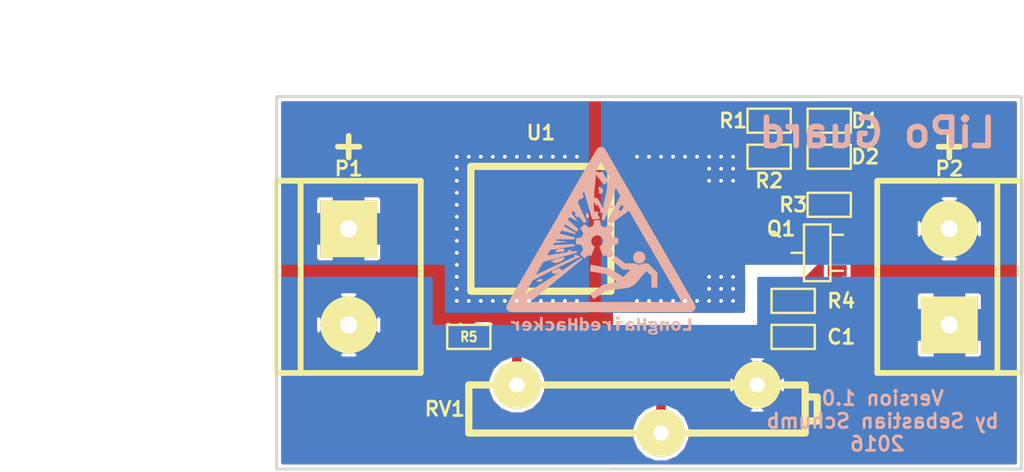
<source format=kicad_pcb>
(kicad_pcb (version 4) (host pcbnew 4.0.4-stable)
  (layers (0 F.Cu signal hide) (31 B.Cu signal) (34 B.Paste user) (35 F.Paste user) (36 B.SilkS user) (37 F.SilkS user) (38 B.Mask user) (39 F.Mask user) (44 Edge.Cuts user))
  (net 0 "")
  (net 1 VCC)
  (net 2 GND)
  (net 3 "Net-(D1-Pad1)")
  (net 4 "Net-(D2-Pad1)")
  (net 5 "Net-(P2-Pad2)")
  (net 6 "Net-(R3-Pad1)")
  (net 7 "Net-(Q1-Pad2)")
  (net 8 "Net-(Q1-Pad3)")
  (net 9 "Net-(C1-Pad1)")
  (net 10 "Net-(R5-Pad2)")
  (module to252-5:TO252-5L (layer F.Cu) (at 140.97 71.755 90)
    (fp_text reference U1 (at 5.08 0 180) (layer F.SilkS) (effects (font (size 0.75 0.75))))
    (fp_text value BTS6143 hide)
    (pad 3 smd rect (at 0 0 90) (size 6.25094 6.79958) (layers F.Cu F.Paste F.Mask) (net 1 VCC) (clearance 0.14986))
    (pad 1 smd rect (at -2.54 6.59892 90) (size 0.81026 2.99974) (layers F.Cu F.Paste F.Mask) (net 5 "Net-(P2-Pad2)"))
    (pad 2 smd rect (at -1.27 6.59892 90) (size 0.81026 2.99974) (layers F.Cu F.Paste F.Mask) (net 8 "Net-(Q1-Pad3)"))
    (pad 4 smd rect (at 1.27 6.59892 90) (size 0.81026 2.99974) (layers F.Cu F.Paste F.Mask) (net 6 "Net-(R3-Pad1)"))
    (pad 5 smd rect (at 2.54 6.59892 90) (size 0.81026 2.99974) (layers F.Cu F.Paste F.Mask) (net 5 "Net-(P2-Pad2)"))
  )
  (module connect:bornier2 (layer F.Cu) (at 162.56 74.295 90)
    (fp_text reference P2 (at 5.715 0 180) (layer F.SilkS) (effects (font (size 0.75 0.75))))
    (fp_text value CONN_2 hide)
    (pad 1 thru_hole rect (at -2.54 0 90) (size 3 3) (drill 0.9) (layers *.Cu *.Mask F.SilkS) (net 2 GND))
    (pad 2 thru_hole circle (at 2.54 0 90) (size 3 3) (drill 0.9) (layers *.Cu *.Mask F.SilkS) (net 5 "Net-(P2-Pad2)"))
  )
  (module libcms:SM0603 (layer F.Cu) (at 156.21 66.04)
    (fp_text reference D1 (at 1.905 0) (layer F.SilkS) (effects (font (size 0.75 0.75))))
    (fp_text value LED hide)
    (pad 1 smd rect (at -0.762 0) (size 0.635 1.143) (layers F.Cu F.Paste F.Mask) (net 3 "Net-(D1-Pad1)"))
    (pad 2 smd rect (at 0.762 0) (size 0.635 1.143) (layers F.Cu F.Paste F.Mask) (net 2 GND))
  )
  (module libcms:SM0603 (layer F.Cu) (at 156.21 67.945)
    (fp_text reference D2 (at 1.905 0) (layer F.SilkS) (effects (font (size 0.75 0.75))))
    (fp_text value LED hide)
    (pad 1 smd rect (at -0.762 0) (size 0.635 1.143) (layers F.Cu F.Paste F.Mask) (net 4 "Net-(D2-Pad1)"))
    (pad 2 smd rect (at 0.762 0) (size 0.635 1.143) (layers F.Cu F.Paste F.Mask) (net 2 GND))
  )
  (module connect:bornier2 (layer F.Cu) (at 130.81 74.295 270)
    (fp_text reference P1 (at -5.715 0 360) (layer F.SilkS) (effects (font (size 0.75 0.75))))
    (fp_text value CONN_2 hide)
    (pad 1 thru_hole rect (at -2.54 0 270) (size 3 3) (drill 0.9) (layers *.Cu *.Mask F.SilkS) (net 1 VCC))
    (pad 2 thru_hole circle (at 2.54 0 270) (size 3 3) (drill 0.9) (layers *.Cu *.Mask F.SilkS) (net 2 GND))
  )
  (module libcms:SM0603 (layer F.Cu) (at 153.035 66.04)
    (fp_text reference R1 (at -1.905 0) (layer F.SilkS) (effects (font (size 0.75 0.75))))
    (fp_text value R hide)
    (pad 1 smd rect (at -0.762 0) (size 0.635 1.143) (layers F.Cu F.Paste F.Mask) (net 1 VCC))
    (pad 2 smd rect (at 0.762 0) (size 0.635 1.143) (layers F.Cu F.Paste F.Mask) (net 3 "Net-(D1-Pad1)"))
  )
  (module libcms:SM0603 (layer F.Cu) (at 153.035 67.945)
    (fp_text reference R2 (at 0 1.27) (layer F.SilkS) (effects (font (size 0.75 0.75))))
    (fp_text value R hide)
    (pad 1 smd rect (at -0.762 0) (size 0.635 1.143) (layers F.Cu F.Paste F.Mask) (net 5 "Net-(P2-Pad2)"))
    (pad 2 smd rect (at 0.762 0) (size 0.635 1.143) (layers F.Cu F.Paste F.Mask) (net 4 "Net-(D2-Pad1)"))
  )
  (module libcms:SM0603 (layer F.Cu) (at 154.305 75.565)
    (fp_text reference R4 (at 2.54 0) (layer F.SilkS) (effects (font (size 0.75 0.75))))
    (fp_text value 4.7k hide)
    (pad 1 smd rect (at -0.762 0) (size 0.635 1.143) (layers F.Cu F.Paste F.Mask) (net 9 "Net-(C1-Pad1)"))
    (pad 2 smd rect (at 0.762 0) (size 0.635 1.143) (layers F.Cu F.Paste F.Mask) (net 7 "Net-(Q1-Pad2)"))
  )
  (module libcms:SM0603 (layer F.Cu) (at 156.21 70.485)
    (fp_text reference R3 (at -1.905 0) (layer F.SilkS) (effects (font (size 0.75 0.75))))
    (fp_text value R hide)
    (pad 1 smd rect (at -0.762 0) (size 0.635 1.143) (layers F.Cu F.Paste F.Mask) (net 6 "Net-(R3-Pad1)"))
    (pad 2 smd rect (at 0.762 0) (size 0.635 1.143) (layers F.Cu F.Paste F.Mask) (net 2 GND))
  )
  (module misc:trimmer1 (layer F.Cu) (at 146.05 81.28 180)
    (fp_text reference RV1 (at 10.16 0 180) (layer F.SilkS) (effects (font (size 0.75 0.75))))
    (fp_text value 5k hide)
    (pad 1 thru_hole circle (at -6.35 1.27 180) (size 2.49936 2.49936) (drill 0.8128) (layers *.Cu *.Mask F.SilkS) (net 2 GND))
    (pad 2 thru_hole circle (at -1.27 -1.27 180) (size 2.49936 2.49936) (drill 0.8128) (layers *.Cu *.Mask F.SilkS) (net 9 "Net-(C1-Pad1)"))
    (pad 3 thru_hole circle (at 6.35 1.27 180) (size 2.49936 2.49936) (drill 0.8128) (layers *.Cu *.Mask F.SilkS) (net 10 "Net-(R5-Pad2)"))
  )
  (module misc:sot23BEC (layer F.Cu) (at 155.575 73.025 90)
    (fp_text reference Q1 (at 1.27 -1.905 180) (layer F.SilkS) (effects (font (size 0.75 0.75))))
    (fp_text value "BC 850C" hide)
    (pad 2 smd rect (at -0.9525 1.05664 90) (size 0.59944 1.00076) (layers F.Cu F.Paste F.Mask) (net 7 "Net-(Q1-Pad2)"))
    (pad 3 smd rect (at 0 -1.05664 90) (size 0.59944 1.00076) (layers F.Cu F.Paste F.Mask) (net 8 "Net-(Q1-Pad3)"))
    (pad 1 smd rect (at 0.9525 1.05664 90) (size 0.59944 1.00076) (layers F.Cu F.Paste F.Mask) (net 2 GND))
  )
  (module libcms:SM0603 (layer F.Cu) (at 154.305 77.47)
    (fp_text reference C1 (at 2.54 0) (layer F.SilkS) (effects (font (size 0.75 0.75))))
    (fp_text value 100nf hide)
    (pad 1 smd rect (at -0.762 0) (size 0.635 1.143) (layers F.Cu F.Paste F.Mask) (net 9 "Net-(C1-Pad1)"))
    (pad 2 smd rect (at 0.762 0) (size 0.635 1.143) (layers F.Cu F.Paste F.Mask) (net 2 GND))
  )
  (module libcms:SM0603 (layer F.Cu) (at 137.16 77.47)
    (fp_text reference R5 (at 0 0) (layer F.SilkS) (effects (font (size 0.508 0.4572) (thickness 0.1143))))
    (fp_text value 10k hide)
    (pad 1 smd rect (at -0.762 0) (size 0.635 1.143) (layers F.Cu F.Paste F.Mask) (net 1 VCC))
    (pad 2 smd rect (at 0.762 0) (size 0.635 1.143) (layers F.Cu F.Paste F.Mask) (net 10 "Net-(R5-Pad2)"))
  )
  (module misc:logo_hacker_silkbot_10_00mm (layer B.Cu) (at 144.145 72.39 180)
    (fp_text reference G*** hide)
    (fp_text value logo_hacker_silkbot_10_00mm hide)
  )
  (gr_text "Version 1.0 \nby Sebastian Schumb \n2016" (at 158.75 81.915) (layer B.SilkS) (effects (font (size 0.75 0.75)) (justify mirror)))
  (gr_text + (at 162.56 67.31) (layer F.SilkS) (effects (font (size 1.5 1.5) (thickness 0.3))))
  (gr_text + (at 130.81 67.31) (layer F.SilkS) (effects (font (size 1.5 1.5) (thickness 0.3))))
  (gr_text "LiPo Guard" (at 158.75 66.675) (layer B.SilkS) (effects (font (size 1.5 1.5) (thickness 0.3)) (justify mirror)))
  (gr_line (start 166.37 64.77) (end 127 64.77) (angle 90) (layer Edge.Cuts) (width 0.15))
  (gr_line (start 127 84.455) (end 166.37 84.455) (angle 90) (layer Edge.Cuts) (width 0.15))
  (gr_line (start 127 64.77) (end 127 84.455) (angle 90) (layer Edge.Cuts) (width 0.15))
  (gr_line (start 166.37 64.77) (end 166.37 84.455) (angle 90) (layer Edge.Cuts) (width 0.15))
  (via (at 141.605 75.565) (size 0.6) (drill 0.2) (layers F.Cu B.Cu) (net 1))
  (via (at 140.97 75.565) (size 0.6) (drill 0.2) (layers F.Cu B.Cu) (net 1))
  (via (at 140.335 75.565) (size 0.6) (drill 0.2) (layers F.Cu B.Cu) (net 1))
  (via (at 139.7 75.565) (size 0.6) (drill 0.2) (layers F.Cu B.Cu) (net 1))
  (via (at 139.065 75.565) (size 0.6) (drill 0.2) (layers F.Cu B.Cu) (net 1))
  (via (at 138.43 75.565) (size 0.6) (drill 0.2) (layers F.Cu B.Cu) (net 1))
  (via (at 137.795 75.565) (size 0.6) (drill 0.2) (layers F.Cu B.Cu) (net 1))
  (via (at 137.16 75.565) (size 0.6) (drill 0.2) (layers F.Cu B.Cu) (net 1))
  (via (at 136.525 75.565) (size 0.6) (drill 0.2) (layers F.Cu B.Cu) (net 1))
  (via (at 136.525 74.93) (size 0.6) (drill 0.2) (layers F.Cu B.Cu) (net 1))
  (via (at 136.525 74.295) (size 0.6) (drill 0.2) (layers F.Cu B.Cu) (net 1))
  (via (at 136.525 73.66) (size 0.6) (drill 0.2) (layers F.Cu B.Cu) (net 1))
  (via (at 136.525 73.025) (size 0.6) (drill 0.2) (layers F.Cu B.Cu) (net 1))
  (via (at 136.525 72.39) (size 0.6) (drill 0.2) (layers F.Cu B.Cu) (net 1))
  (via (at 136.525 71.755) (size 0.6) (drill 0.2) (layers F.Cu B.Cu) (net 1))
  (via (at 136.525 71.12) (size 0.6) (drill 0.2) (layers F.Cu B.Cu) (net 1))
  (via (at 136.525 70.485) (size 0.6) (drill 0.2) (layers F.Cu B.Cu) (net 1))
  (via (at 136.525 69.85) (size 0.6) (drill 0.2) (layers F.Cu B.Cu) (net 1))
  (via (at 136.525 69.215) (size 0.6) (drill 0.2) (layers F.Cu B.Cu) (net 1))
  (via (at 136.525 68.58) (size 0.6) (drill 0.2) (layers F.Cu B.Cu) (net 1))
  (via (at 136.525 67.945) (size 0.6) (drill 0.2) (layers F.Cu B.Cu) (net 1))
  (via (at 142.24 75.565) (size 0.6) (drill 0.2) (layers F.Cu B.Cu) (net 1))
  (via (at 142.875 75.565) (size 0.6) (drill 0.2) (layers F.Cu B.Cu) (net 1))
  (segment (start 140.97 75.565) (end 141.605 75.565) (width 0.5) (layer F.Cu) (net 1))
  (segment (start 141.605 75.565) (end 142.24 75.565) (width 0.5) (layer F.Cu) (net 1))
  (segment (start 142.24 75.565) (end 142.875 75.565) (width 0.5) (layer F.Cu) (net 1))
  (segment (start 140.97 71.755) (end 136.525 71.755) (width 0.5) (layer F.Cu) (net 1))
  (segment (start 140.97 75.565) (end 140.97 71.755) (width 0.5) (layer F.Cu) (net 1))
  (segment (start 137.16 67.945) (end 136.525 67.945) (width 0.5) (layer F.Cu) (net 1))
  (segment (start 136.525 67.945) (end 136.525 68.58) (width 0.5) (layer F.Cu) (net 1))
  (segment (start 136.525 68.58) (end 136.525 69.215) (width 0.5) (layer F.Cu) (net 1))
  (segment (start 136.525 69.215) (end 136.525 69.85) (width 0.5) (layer F.Cu) (net 1))
  (segment (start 136.525 69.85) (end 136.525 70.485) (width 0.5) (layer F.Cu) (net 1))
  (segment (start 136.525 70.485) (end 136.525 71.12) (width 0.5) (layer F.Cu) (net 1))
  (segment (start 136.525 71.12) (end 136.525 71.755) (width 0.5) (layer F.Cu) (net 1))
  (via (at 137.16 67.945) (size 0.6) (drill 0.2) (layers F.Cu B.Cu) (net 1))
  (segment (start 137.16 67.945) (end 137.795 67.945) (width 0.5) (layer F.Cu) (net 1))
  (segment (start 138.43 67.945) (end 137.795 67.945) (width 0.5) (layer F.Cu) (net 1))
  (segment (start 139.065 67.945) (end 138.43 67.945) (width 0.5) (layer F.Cu) (net 1))
  (segment (start 139.7 67.945) (end 139.065 67.945) (width 0.5) (layer F.Cu) (net 1))
  (segment (start 140.335 67.945) (end 139.7 67.945) (width 0.5) (layer F.Cu) (net 1))
  (segment (start 140.97 67.945) (end 140.335 67.945) (width 0.5) (layer F.Cu) (net 1))
  (via (at 140.97 67.945) (size 0.6) (drill 0.2) (layers F.Cu B.Cu) (net 1))
  (via (at 140.335 67.945) (size 0.6) (drill 0.2) (layers F.Cu B.Cu) (net 1))
  (via (at 139.7 67.945) (size 0.6) (drill 0.2) (layers F.Cu B.Cu) (net 1))
  (via (at 139.065 67.945) (size 0.6) (drill 0.2) (layers F.Cu B.Cu) (net 1))
  (via (at 138.43 67.945) (size 0.6) (drill 0.2) (layers F.Cu B.Cu) (net 1))
  (via (at 137.795 67.945) (size 0.6) (drill 0.2) (layers F.Cu B.Cu) (net 1))
  (segment (start 140.97 67.945) (end 140.97 71.755) (width 0.5) (layer F.Cu) (net 1))
  (segment (start 136.525 75.565) (end 137.16 75.565) (width 0.5) (layer F.Cu) (net 1))
  (segment (start 137.16 75.565) (end 137.795 75.565) (width 0.5) (layer F.Cu) (net 1))
  (segment (start 137.795 75.565) (end 138.43 75.565) (width 0.5) (layer F.Cu) (net 1))
  (segment (start 138.43 75.565) (end 139.065 75.565) (width 0.5) (layer F.Cu) (net 1))
  (segment (start 139.065 75.565) (end 139.7 75.565) (width 0.5) (layer F.Cu) (net 1))
  (segment (start 139.7 75.565) (end 140.335 75.565) (width 0.5) (layer F.Cu) (net 1))
  (segment (start 140.335 75.565) (end 140.97 75.565) (width 0.5) (layer F.Cu) (net 1))
  (segment (start 136.525 71.755) (end 136.525 72.39) (width 0.5) (layer F.Cu) (net 1))
  (segment (start 136.525 72.39) (end 136.525 73.025) (width 0.5) (layer F.Cu) (net 1))
  (segment (start 136.525 73.025) (end 136.525 73.66) (width 0.5) (layer F.Cu) (net 1))
  (segment (start 136.525 73.66) (end 136.525 74.295) (width 0.5) (layer F.Cu) (net 1))
  (segment (start 136.525 74.295) (end 136.525 74.93) (width 0.5) (layer F.Cu) (net 1))
  (segment (start 136.525 74.93) (end 136.525 75.565) (width 0.5) (layer F.Cu) (net 1))
  (via (at 141.605 67.945) (size 0.6) (drill 0.2) (layers F.Cu B.Cu) (net 1))
  (via (at 142.24 67.945) (size 0.6) (drill 0.2) (layers F.Cu B.Cu) (net 1))
  (via (at 142.875 67.945) (size 0.6) (drill 0.2) (layers F.Cu B.Cu) (net 1))
  (segment (start 140.97 67.945) (end 141.605 67.945) (width 0.5) (layer F.Cu) (net 1))
  (segment (start 141.605 67.945) (end 142.24 67.945) (width 0.5) (layer F.Cu) (net 1))
  (segment (start 142.24 67.945) (end 142.875 67.945) (width 0.5) (layer F.Cu) (net 1))
  (segment (start 152.273 66.04) (end 142.24 66.04) (width 0.5) (layer F.Cu) (net 1))
  (segment (start 140.97 67.31) (end 140.97 67.945) (width 0.5) (layer F.Cu) (net 1))
  (segment (start 142.24 66.04) (end 140.97 67.31) (width 0.5) (layer F.Cu) (net 1))
  (segment (start 153.797 66.04) (end 155.448 66.04) (width 0.75) (layer F.Cu) (net 3))
  (segment (start 153.797 67.945) (end 155.448 67.945) (width 0.75) (layer F.Cu) (net 4))
  (via (at 150.495 69.215) (size 0.6) (drill 0.2) (layers F.Cu B.Cu) (net 5))
  (via (at 149.86 69.215) (size 0.6) (drill 0.2) (layers F.Cu B.Cu) (net 5))
  (via (at 149.86 74.295) (size 0.6) (drill 0.2) (layers F.Cu B.Cu) (net 5))
  (segment (start 151.13 74.93) (end 151.13 74.295) (width 0.5) (layer F.Cu) (net 5))
  (segment (start 150.495 74.295) (end 151.13 74.295) (width 0.5) (layer F.Cu) (net 5))
  (segment (start 150.495 74.295) (end 149.86 74.295) (width 0.5) (layer F.Cu) (net 5))
  (via (at 151.13 74.93) (size 0.6) (drill 0.2) (layers F.Cu B.Cu) (net 5))
  (via (at 151.13 74.295) (size 0.6) (drill 0.2) (layers F.Cu B.Cu) (net 5))
  (via (at 150.495 74.295) (size 0.6) (drill 0.2) (layers F.Cu B.Cu) (net 5))
  (via (at 149.86 74.93) (size 0.6) (drill 0.2) (layers F.Cu B.Cu) (net 5))
  (segment (start 149.86 74.93) (end 150.495 74.93) (width 0.5) (layer F.Cu) (net 5))
  (segment (start 150.495 74.93) (end 151.13 74.93) (width 0.5) (layer F.Cu) (net 5))
  (via (at 150.495 74.93) (size 0.6) (drill 0.2) (layers F.Cu B.Cu) (net 5))
  (via (at 151.13 75.565) (size 0.6) (drill 0.2) (layers F.Cu B.Cu) (net 5))
  (via (at 150.495 75.565) (size 0.6) (drill 0.2) (layers F.Cu B.Cu) (net 5))
  (via (at 149.86 75.565) (size 0.6) (drill 0.2) (layers F.Cu B.Cu) (net 5))
  (via (at 149.225 75.565) (size 0.6) (drill 0.2) (layers F.Cu B.Cu) (net 5))
  (via (at 148.59 75.565) (size 0.6) (drill 0.2) (layers F.Cu B.Cu) (net 5))
  (segment (start 148.59 75.565) (end 149.225 75.565) (width 0.5) (layer F.Cu) (net 5))
  (segment (start 149.225 75.565) (end 149.86 75.565) (width 0.5) (layer F.Cu) (net 5))
  (segment (start 149.86 75.565) (end 150.495 75.565) (width 0.5) (layer F.Cu) (net 5))
  (segment (start 151.13 75.565) (end 150.495 75.565) (width 0.5) (layer F.Cu) (net 5))
  (via (at 147.32 75.565) (size 0.6) (drill 0.2) (layers F.Cu B.Cu) (net 5))
  (via (at 147.955 75.565) (size 0.6) (drill 0.2) (layers F.Cu B.Cu) (net 5))
  (segment (start 147.955 75.565) (end 147.32 75.565) (width 0.5) (layer F.Cu) (net 5))
  (segment (start 147.955 75.565) (end 148.59 75.565) (width 0.5) (layer F.Cu) (net 5))
  (segment (start 151.13 74.93) (end 151.13 75.565) (width 0.5) (layer F.Cu) (net 5))
  (via (at 151.13 69.215) (size 0.6) (drill 0.2) (layers F.Cu B.Cu) (net 5))
  (via (at 151.13 68.58) (size 0.6) (drill 0.2) (layers F.Cu B.Cu) (net 5))
  (via (at 150.495 68.58) (size 0.6) (drill 0.2) (layers F.Cu B.Cu) (net 5))
  (segment (start 149.86 69.215) (end 150.495 69.215) (width 0.5) (layer F.Cu) (net 5))
  (segment (start 150.495 69.215) (end 151.13 69.215) (width 0.5) (layer F.Cu) (net 5))
  (segment (start 151.13 69.215) (end 151.13 68.58) (width 0.5) (layer F.Cu) (net 5))
  (segment (start 150.495 68.58) (end 151.13 68.58) (width 0.5) (layer F.Cu) (net 5))
  (segment (start 149.86 68.58) (end 150.495 68.58) (width 0.5) (layer F.Cu) (net 5))
  (via (at 149.86 68.58) (size 0.6) (drill 0.2) (layers F.Cu B.Cu) (net 5))
  (segment (start 151.13 68.58) (end 151.13 67.945) (width 0.5) (layer F.Cu) (net 5))
  (via (at 151.13 67.945) (size 0.6) (drill 0.2) (layers F.Cu B.Cu) (net 5))
  (segment (start 151.13 67.945) (end 150.495 67.945) (width 0.5) (layer F.Cu) (net 5))
  (segment (start 149.86 67.945) (end 150.495 67.945) (width 0.5) (layer F.Cu) (net 5))
  (segment (start 149.225 67.945) (end 149.86 67.945) (width 0.5) (layer F.Cu) (net 5))
  (segment (start 148.59 67.945) (end 149.225 67.945) (width 0.5) (layer F.Cu) (net 5))
  (segment (start 147.955 67.945) (end 148.59 67.945) (width 0.5) (layer F.Cu) (net 5))
  (segment (start 147.32 67.945) (end 147.955 67.945) (width 0.5) (layer F.Cu) (net 5))
  (via (at 147.32 67.945) (size 0.6) (drill 0.2) (layers F.Cu B.Cu) (net 5))
  (via (at 147.955 67.945) (size 0.6) (drill 0.2) (layers F.Cu B.Cu) (net 5))
  (via (at 148.59 67.945) (size 0.6) (drill 0.2) (layers F.Cu B.Cu) (net 5))
  (via (at 149.225 67.945) (size 0.6) (drill 0.2) (layers F.Cu B.Cu) (net 5))
  (via (at 149.86 67.945) (size 0.6) (drill 0.2) (layers F.Cu B.Cu) (net 5))
  (via (at 150.495 67.945) (size 0.6) (drill 0.2) (layers F.Cu B.Cu) (net 5))
  (via (at 146.685 75.565) (size 0.6) (drill 0.2) (layers F.Cu B.Cu) (net 5))
  (segment (start 146.685 75.565) (end 147.32 75.565) (width 0.5) (layer F.Cu) (net 5))
  (via (at 146.05 75.565) (size 0.6) (drill 0.2) (layers F.Cu B.Cu) (net 5))
  (segment (start 146.05 75.565) (end 146.685 75.565) (width 0.5) (layer F.Cu) (net 5))
  (segment (start 147.56892 75.31608) (end 147.32 75.565) (width 0.5) (layer F.Cu) (net 5))
  (segment (start 147.56892 74.295) (end 147.56892 75.31608) (width 0.5) (layer F.Cu) (net 5))
  (segment (start 149.86 69.215) (end 147.56892 69.215) (width 0.5) (layer F.Cu) (net 5))
  (via (at 146.685 67.945) (size 0.6) (drill 0.2) (layers F.Cu B.Cu) (net 5))
  (via (at 146.05 67.945) (size 0.6) (drill 0.2) (layers F.Cu B.Cu) (net 5))
  (segment (start 146.05 67.945) (end 146.685 67.945) (width 0.5) (layer F.Cu) (net 5))
  (segment (start 146.685 67.945) (end 147.32 67.945) (width 0.5) (layer F.Cu) (net 5))
  (segment (start 147.56892 68.19392) (end 147.32 67.945) (width 0.5) (layer F.Cu) (net 5))
  (segment (start 147.56892 68.19392) (end 147.56892 69.215) (width 0.5) (layer F.Cu) (net 5))
  (segment (start 147.56892 70.485) (end 155.448 70.485) (width 0.5) (layer F.Cu) (net 6))
  (segment (start 156.63164 73.9775) (end 156.63164 75.14336) (width 0.5) (layer F.Cu) (net 7))
  (segment (start 156.21 75.565) (end 155.067 75.565) (width 0.5) (layer F.Cu) (net 7))
  (segment (start 156.63164 75.14336) (end 156.21 75.565) (width 0.5) (layer F.Cu) (net 7))
  (segment (start 147.56892 73.025) (end 154.51836 73.025) (width 0.5) (layer F.Cu) (net 8))
  (segment (start 153.543 77.47) (end 149.225 77.47) (width 0.5) (layer F.Cu) (net 9))
  (segment (start 147.32 79.375) (end 149.225 77.47) (width 0.5) (layer F.Cu) (net 9))
  (segment (start 147.32 79.375) (end 147.32 82.55) (width 0.5) (layer F.Cu) (net 9))
  (segment (start 153.543 75.565) (end 153.543 77.47) (width 0.5) (layer F.Cu) (net 9))
  (segment (start 139.7 80.01) (end 139.7 78.105) (width 0.5) (layer F.Cu) (net 10))
  (segment (start 139.065 77.47) (end 137.922 77.47) (width 0.5) (layer F.Cu) (net 10))
  (segment (start 139.7 78.105) (end 139.065 77.47) (width 0.5) (layer F.Cu) (net 10))
  (zone (net 1) (net_name VCC) (layer F.Cu) (connect_pads (clearance 0.17)) (min_thickness 0.17) (fill yes (arc_segments 16) (thermal_gap 0.17) (thermal_bridge_width 2))
    (polygon (pts (xy 127 64.77) (xy 127 84.455) (xy 144.78 84.455) (xy 144.78 64.77)))
  )
  (zone (net 5) (net_name "Net-(P2-Pad2)") (layer B.Cu) (connect_pads (clearance 0.17)) (min_thickness 0.17) (fill yes (arc_segments 16) (thermal_gap 0.17) (thermal_bridge_width 2))
    (polygon (pts (xy 166.37 73.66) (xy 151.765 73.66) (xy 151.765 76.2) (xy 144.145 76.2) (xy 144.145 64.77) (xy 166.37 64.77)))
  )
  (zone (net 1) (net_name VCC) (layer B.Cu) (connect_pads (clearance 0.17)) (min_thickness 0.17) (fill yes (arc_segments 16) (thermal_gap 0.17) (thermal_bridge_width 2))
    (polygon (pts (xy 127 64.77) (xy 143.51 64.77) (xy 143.51 76.2) (xy 135.89 76.2) (xy 135.89 73.66) (xy 127 73.66)))
  )
  (zone (net 2) (net_name GND) (layer B.Cu) (connect_pads (clearance 0.17)) (min_thickness 0.17) (fill yes (arc_segments 16) (thermal_gap 0.17) (thermal_bridge_width 2))
    (polygon (pts (xy 127 74.295) (xy 135.255 74.295) (xy 135.255 76.835) (xy 152.4 76.835) (xy 152.4 74.295) (xy 166.37 74.295) (xy 166.37 84.455) (xy 127 84.455)))
  )
  (zone (net 5) (net_name "Net-(P2-Pad2)") (layer F.Cu) (connect_pads (clearance 0.17)) (min_thickness 0.17) (fill yes (arc_segments 16) (thermal_gap 0.17) (thermal_bridge_width 2))
    (polygon (pts (xy 145.415 67.945) (xy 145.415 69.85) (xy 152.4 69.85) (xy 153.035 69.215) (xy 153.035 67.31) (xy 146.05 67.31)))
  )
  (zone (net 5) (net_name "Net-(P2-Pad2)") (layer F.Cu) (connect_pads (clearance 0.17)) (min_thickness 0.17) (fill yes (arc_segments 16) (thermal_gap 0.17) (thermal_bridge_width 2))
    (polygon (pts (xy 145.415 73.66) (xy 151.13 73.66) (xy 151.765 74.295) (xy 151.765 75.565) (xy 151.13 76.2) (xy 146.05 76.2) (xy 145.415 75.565)))
  )
  (zone (net 2) (net_name GND) (layer F.Cu) (connect_pads (clearance 0.17)) (min_thickness 0.17) (fill yes (arc_segments 16) (thermal_gap 0.17) (thermal_bridge_width 2))
    (polygon (pts (xy 147.32 84.455) (xy 147.32 79.375) (xy 149.225 77.47) (xy 153.67 77.47) (xy 153.67 74.93) (xy 154.305 74.295) (xy 154.94 74.295) (xy 155.575 73.66) (xy 155.575 64.77) (xy 166.37 64.77) (xy 166.37 84.455)))
  )
)
</source>
